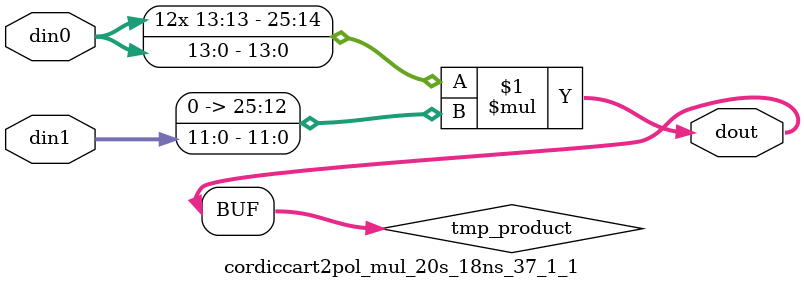
<source format=v>

`timescale 1 ns / 1 ps

 module cordiccart2pol_mul_20s_18ns_37_1_1(din0, din1, dout);
parameter ID = 1;
parameter NUM_STAGE = 0;
parameter din0_WIDTH = 14;
parameter din1_WIDTH = 12;
parameter dout_WIDTH = 26;

input [din0_WIDTH - 1 : 0] din0; 
input [din1_WIDTH - 1 : 0] din1; 
output [dout_WIDTH - 1 : 0] dout;

wire signed [dout_WIDTH - 1 : 0] tmp_product;


























assign tmp_product = $signed(din0) * $signed({1'b0, din1});









assign dout = tmp_product;





















endmodule

</source>
